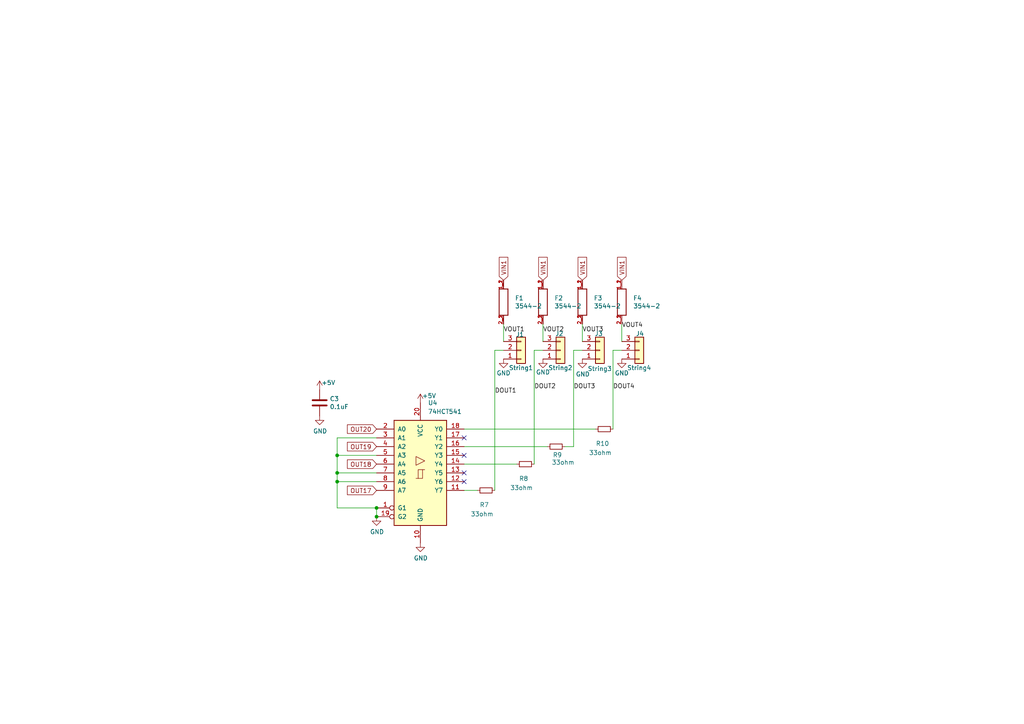
<source format=kicad_sch>
(kicad_sch (version 20250114) (generator "eeschema") (generator_version "9.0")
  (paper "A4")
  (title_block (title "Receiver Out SMD") (date "2025-02-23") (rev "v3") (company "Scott Hanson"))
  (lib_symbols
    (symbol "74xx:74HCT541" (pin_names (offset 1.016))
      (property "Reference" "U" (at -7.62 16.51 0))
      (property "Value" "74HCT541" (at -7.62 -16.51 0))
      (symbol "74HCT541_1_0"
        (polyline (pts (xy -1.27 -1.6002) (xy 0.635 -1.6002) (xy 0.635 0.9398) (xy 1.27 0.9398)))
        (polyline (pts (xy -0.635 -1.6002) (xy -0.635 0.9398) (xy 0.635 0.9398)))
        (polyline (pts (xy 1.27 3.4798) (xy -1.27 4.7498) (xy -1.27 2.2098) (xy 1.27 3.4798)) (stroke (width 0.1524)))
        (pin input line (at -12.7 12.7 0) (length 5.08) (name "A0") (number "2"))
        (pin input line (at -12.7 10.16 0) (length 5.08) (name "A1") (number "3"))
        (pin input line (at -12.7 7.62 0) (length 5.08) (name "A2") (number "4"))
        (pin input line (at -12.7 5.08 0) (length 5.08) (name "A3") (number "5"))
        (pin input line (at -12.7 2.54 0) (length 5.08) (name "A4") (number "6"))
        (pin input line (at -12.7 0 0) (length 5.08) (name "A5") (number "7"))
        (pin input line (at -12.7 -2.54 0) (length 5.08) (name "A6") (number "8"))
        (pin input line (at -12.7 -5.08 0) (length 5.08) (name "A7") (number "9"))
        (pin input inverted (at -12.7 -10.16 0) (length 5.08) (name "G1") (number "1"))
        (pin input inverted (at -12.7 -12.7 0) (length 5.08) (name "G2") (number "19"))
        (pin power_in line (at 0 20.32 270) (length 5.08) (name "VCC") (number "20"))
        (pin power_in line (at 0 -20.32 90) (length 5.08) (name "GND") (number "10"))
        (pin tri_state line (at 12.7 12.7 180) (length 5.08) (name "Y0") (number "18"))
        (pin tri_state line (at 12.7 10.16 180) (length 5.08) (name "Y1") (number "17"))
        (pin tri_state line (at 12.7 7.62 180) (length 5.08) (name "Y2") (number "16"))
        (pin tri_state line (at 12.7 5.08 180) (length 5.08) (name "Y3") (number "15"))
        (pin tri_state line (at 12.7 2.54 180) (length 5.08) (name "Y4") (number "14"))
        (pin tri_state line (at 12.7 0 180) (length 5.08) (name "Y5") (number "13"))
        (pin tri_state line (at 12.7 -2.54 180) (length 5.08) (name "Y6") (number "12"))
        (pin tri_state line (at 12.7 -5.08 180) (length 5.08) (name "Y7") (number "11"))
      )
      (symbol "74HCT541_1_1"
        (rectangle (start -7.62 15.24) (end 7.62 -15.24) (stroke (width 0.254)) (fill (type background)))
      )
    )
    (symbol "Connector_Generic:Conn_01x03" (pin_names (offset 1.016) (hide yes))
      (property "Reference" "J" (at 0 5.08 0))
      (property "Value" "Conn_01x03" (at 0 -5.08 0))
      (symbol "Conn_01x03_1_1"
        (rectangle (start -1.27 3.81) (end 1.27 -3.81) (stroke (width 0.254)) (fill (type background)))
        (rectangle (start -1.27 2.667) (end 0 2.413) (stroke (width 0.1524)))
        (rectangle (start -1.27 0.127) (end 0 -0.127) (stroke (width 0.1524)))
        (rectangle (start -1.27 -2.413) (end 0 -2.667) (stroke (width 0.1524)))
        (pin passive line (at -5.08 2.54 0) (length 3.81) (name "Pin_1") (number "1"))
        (pin passive line (at -5.08 0 0) (length 3.81) (name "Pin_2") (number "2"))
        (pin passive line (at -5.08 -2.54 0) (length 3.81) (name "Pin_3") (number "3"))
      )
    )
    (symbol "Device:R_Small" (pin_numbers (hide yes)) (pin_names (offset 0.254) (hide yes))
      (property "Reference" "R" (at 0.762 0.508 0))
      (property "Value" "R_Small" (at 0.762 -1.016 0))
      (symbol "R_Small_0_1"
        (rectangle (start -0.762 1.778) (end 0.762 -1.778) (stroke (width 0.2032)))
      )
      (symbol "R_Small_1_1"
        (pin passive line (at 0 2.54 270) (length 0.762) (name "~") (number "1"))
        (pin passive line (at 0 -2.54 90) (length 0.762) (name "~") (number "2"))
      )
    )
    (symbol "Receiver_Out-rescue:C-Device" (pin_numbers (hide yes)) (pin_names (offset 0.254))
      (property "Reference" "C" (at 0.635 2.54 0))
      (property "Value" "C-Device" (at 0.635 -2.54 0))
      (symbol "C-Device_0_1"
        (polyline (pts (xy -2.032 0.762) (xy 2.032 0.762)) (stroke (width 0.508)))
        (polyline (pts (xy -2.032 -0.762) (xy 2.032 -0.762)) (stroke (width 0.508)))
      )
      (symbol "C-Device_1_1"
        (pin passive line (at 0 3.81 270) (length 2.794) (name "~") (number "1"))
        (pin passive line (at 0 -3.81 90) (length 2.794) (name "~") (number "2"))
      )
    )
    (symbol "Scotts:3544-2" (pin_names (offset 1.016) (hide yes))
      (property "Reference" "F?" (at -3.81 2.54 0))
      (property "Value" "3544-2" (at -3.81 -2.54 0))
      (symbol "3544-2_0_0"
        (polyline (pts (xy -3.81 1.27) (xy 3.81 1.27)) (stroke (width 0.254)))
        (polyline (pts (xy -3.81 -1.27) (xy -3.81 1.27)) (stroke (width 0.254)))
        (polyline (pts (xy 3.81 1.27) (xy 3.81 -1.27)) (stroke (width 0.254)))
        (polyline (pts (xy 3.81 -1.27) (xy -3.81 -1.27)) (stroke (width 0.254)))
        (text "~" (at 0 0 0) (effects (font (size 1.27 1.27))))
        (pin passive line (at -6.35 0 0) (length 2.54) (name "1") (number "1_1"))
        (pin passive line (at -6.35 0 0) (length 2.54) (name "1") (number "1_2"))
        (pin passive line (at 6.35 0 180) (length 2.54) (name "2") (number "2_1"))
        (pin passive line (at 6.35 0 180) (length 2.54) (name "2") (number "2_2"))
      )
    )
    (symbol "power:+5V" (power) (pin_names (offset 0))
      (property "Value" "+5V" (at 0 3.556 0))
      (symbol "+5V_0_1"
        (polyline (pts (xy -0.762 1.27) (xy 0 2.54)))
        (polyline (pts (xy 0 2.54) (xy 0.762 1.27)))
        (polyline (pts (xy 0 0) (xy 0 2.54)))
      )
      (symbol "+5V_1_1"
        (pin power_in line (at 0 0 90) (length 0) (hide yes) (name "+5V") (number "1"))
      )
    )
    (symbol "power:GND" (power) (pin_names (offset 0))
      (property "Value" "GND" (at 0 -3.81 0))
      (symbol "GND_0_1"
        (polyline (pts (xy 0 0) (xy 0 -1.27) (xy 1.27 -1.27) (xy 0 -2.54) (xy -1.27 -1.27) (xy 0 -1.27)))
      )
      (symbol "GND_1_1"
        (pin power_in line (at 0 0 270) (length 0) (hide yes) (name "GND") (number "1"))
      )
    )
  )
  (junction (at 97.79 139.7))
  (junction (at 97.79 132.08))
  (junction (at 109.22 149.86))
  (junction (at 109.22 147.32))
  (junction (at 97.79 137.16))
  (no_connect (at 134.62 132.08))
  (no_connect (at 134.62 139.7))
  (no_connect (at 134.62 127))
  (no_connect (at 134.62 137.16))
  (wire (pts (xy 157.48 101.6) (xy 154.94 101.6)))
  (wire (pts (xy 97.79 132.08) (xy 109.22 132.08)))
  (wire (pts (xy 109.22 147.32) (xy 109.22 149.86)))
  (wire (pts (xy 177.8 101.6) (xy 177.8 124.46)))
  (wire (pts (xy 97.79 147.32) (xy 109.22 147.32)))
  (wire (pts (xy 177.8 101.6) (xy 180.34 101.6)))
  (wire (pts (xy 163.83 129.54) (xy 166.37 129.54)))
  (wire (pts (xy 134.62 142.24) (xy 138.43 142.24)))
  (wire (pts (xy 97.79 127) (xy 97.79 132.08)))
  (wire (pts (xy 143.51 101.6) (xy 143.51 142.24)))
  (wire (pts (xy 134.62 134.62) (xy 149.86 134.62)))
  (wire (pts (xy 97.79 137.16) (xy 109.22 137.16)))
  (wire (pts (xy 134.62 129.54) (xy 158.75 129.54)))
  (wire (pts (xy 157.48 99.06) (xy 157.48 93.98)))
  (wire (pts (xy 168.91 93.98) (xy 168.91 99.06)))
  (wire (pts (xy 97.79 132.08) (xy 97.79 137.16)))
  (wire (pts (xy 97.79 139.7) (xy 109.22 139.7)))
  (wire (pts (xy 166.37 101.6) (xy 166.37 129.54)))
  (wire (pts (xy 109.22 127) (xy 97.79 127)))
  (wire (pts (xy 134.62 124.46) (xy 172.72 124.46)))
  (wire (pts (xy 180.34 99.06) (xy 180.34 93.98)))
  (wire (pts (xy 143.51 101.6) (xy 146.05 101.6)))
  (wire (pts (xy 97.79 137.16) (xy 97.79 139.7)))
  (wire (pts (xy 97.79 139.7) (xy 97.79 147.32)))
  (wire (pts (xy 154.94 101.6) (xy 154.94 134.62)))
  (wire (pts (xy 146.05 93.98) (xy 146.05 99.06)))
  (wire (pts (xy 166.37 101.6) (xy 168.91 101.6)))
  (label "VOUT3" (at 168.91 96.52 0))
  (label "VOUT1" (at 146.05 96.52 0))
  (label "DOUT1" (at 143.51 114.3 0))
  (label "DOUT4" (at 177.8 113.03 0))
  (label "DOUT3" (at 166.37 113.03 0))
  (label "VOUT4" (at 180.34 95.25 0))
  (label "DOUT2" (at 154.94 113.03 0))
  (label "VOUT2" (at 157.48 96.52 0))
  (global_label "OUT18" (shape input) (at 109.22 134.62 180) (property "Intersheetrefs" "${INTERSHEET_REFS}" (effects (hide yes))))
  (global_label "OUT17" (shape input) (at 109.22 142.24 180) (property "Intersheetrefs" "${INTERSHEET_REFS}" (effects (hide yes))))
  (global_label "VIN1" (shape input) (at 180.34 81.28 90) (property "Intersheetrefs" "${INTERSHEET_REFS}" (effects (hide yes))))
  (global_label "VIN1" (shape input) (at 146.05 81.28 90) (property "Intersheetrefs" "${INTERSHEET_REFS}" (effects (hide yes))))
  (global_label "VIN1" (shape input) (at 157.48 81.28 90) (property "Intersheetrefs" "${INTERSHEET_REFS}" (effects (hide yes))))
  (global_label "OUT19" (shape input) (at 109.22 129.54 180) (property "Intersheetrefs" "${INTERSHEET_REFS}" (effects (hide yes))))
  (global_label "OUT20" (shape input) (at 109.22 124.46 180) (property "Intersheetrefs" "${INTERSHEET_REFS}" (effects (hide yes))))
  (global_label "VIN1" (shape input) (at 168.91 81.28 90) (property "Intersheetrefs" "${INTERSHEET_REFS}" (effects (hide yes))))
  (symbol (lib_id "Connector_Generic:Conn_01x03") (at 151.13 101.6 0) (mirror x) (unit 1)
    (property "Reference" "J1" (at 149.606 97.028 0) (effects (justify left)))
    (property "Value" "String1" (at 147.574 106.68 0) (effects (justify left)))
    (property "Footprint" "Connector_Phoenix_MC:PhoenixContact_MCV_1,5_3-G-3.5_1x03_P3.50mm_Vertical" (effects (hide yes)))
    (property "Digi-Key_PN" "277-5737-ND/ED10555-ND" (effects (hide yes)))
    (property "MPN" "1843619/OSTTJ0311530" (effects (hide yes)))
    (property "LCSC_PN" "C192778" (effects (hide yes)))
  )
  (symbol (lib_id "Connector_Generic:Conn_01x03") (at 162.56 101.6 0) (mirror x) (unit 1)
    (property "Reference" "J2" (at 161.036 96.774 0) (effects (justify left)))
    (property "Value" "String2" (at 159.004 106.68 0) (effects (justify left)))
    (property "Footprint" "Connector_Phoenix_MC:PhoenixContact_MCV_1,5_3-G-3.5_1x03_P3.50mm_Vertical" (effects (hide yes)))
    (property "Digi-Key_PN" "277-5737-ND/ED10555-ND" (effects (hide yes)))
    (property "MPN" "1843619/OSTTJ0311530" (effects (hide yes)))
    (property "LCSC_PN" "C192778" (effects (hide yes)))
  )
  (symbol (lib_id "Connector_Generic:Conn_01x03") (at 173.99 101.6 0) (mirror x) (unit 1)
    (property "Reference" "J3" (at 172.466 96.774 0) (effects (justify left)))
    (property "Value" "String3" (at 170.434 106.934 0) (effects (justify left)))
    (property "Footprint" "Connector_Phoenix_MC:PhoenixContact_MCV_1,5_3-G-3.5_1x03_P3.50mm_Vertical" (effects (hide yes)))
    (property "Digi-Key_PN" "277-5737-ND/ED10555-ND" (effects (hide yes)))
    (property "MPN" "1843619/OSTTJ0311530" (effects (hide yes)))
    (property "LCSC_PN" "C192778" (effects (hide yes)))
  )
  (symbol (lib_id "Connector_Generic:Conn_01x03") (at 185.42 101.6 0) (mirror x) (unit 1)
    (property "Reference" "J4" (at 184.404 96.774 0) (effects (justify left)))
    (property "Value" "String4" (at 181.864 106.68 0) (effects (justify left)))
    (property "Footprint" "Connector_Phoenix_MC:PhoenixContact_MCV_1,5_3-G-3.5_1x03_P3.50mm_Vertical" (effects (hide yes)))
    (property "Digi-Key_PN" "277-5737-ND/ED10555-ND" (effects (hide yes)))
    (property "MPN" "1843619/OSTTJ0311530" (effects (hide yes)))
    (property "LCSC_PN" "C192778" (effects (hide yes)))
  )
  (symbol (lib_id "power:GND") (at 146.05 104.14 0) (unit 1)
    (property "Reference" "#PWR012" (effects (hide yes)))
    (property "Value" "GND" (at 146.05 108.204 0))
  )
  (symbol (lib_id "power:GND") (at 157.48 104.14 0) (unit 1)
    (property "Reference" "#PWR013" (effects (hide yes)))
    (property "Value" "GND" (at 157.48 107.95 0))
  )
  (symbol (lib_id "power:GND") (at 168.91 104.14 0) (unit 1)
    (property "Reference" "#PWR014" (effects (hide yes)))
    (property "Value" "GND" (at 169.037 108.5342 0))
  )
  (symbol (lib_id "power:GND") (at 180.34 104.14 0) (unit 1)
    (property "Reference" "#PWR015" (effects (hide yes)))
    (property "Value" "GND" (at 180.34 108.204 0))
  )
  (symbol (lib_id "Scotts:3544-2") (at 157.48 87.63 270) (unit 1)
    (property "Reference" "F2" (at 160.782 86.4616 90) (effects (justify left)))
    (property "Value" "3544-2" (at 160.782 88.773 90) (effects (justify left)))
    (property "Footprint" "Scotts:FUSE_3544-2" (effects (hide yes)))
    (property "Field4" "3544-2" (effects (hide yes)))
    (property "Field5" "None" (effects (hide yes)))
    (property "Field6" "Unavailable" (effects (hide yes)))
    (property "Field7" "Fuse Clip; 500 VAC; 30 A; PCB; For 0.110 in. x 0.032 in. mini blade fuses" (effects (hide yes)))
    (property "Field8" "Keystone Electronics" (effects (hide yes)))
    (property "Digi-Key_PN" "36-3544-2-ND" (effects (hide yes)))
    (property "MPN" "3544-2" (effects (hide yes)))
    (property "LCSC_PN" "C492610" (effects (hide yes)))
    (property "LCSC" "C492610" (effects (hide yes)))
  )
  (symbol (lib_id "Scotts:3544-2") (at 168.91 87.63 270) (unit 1)
    (property "Reference" "F3" (at 172.212 86.4616 90) (effects (justify left)))
    (property "Value" "3544-2" (at 172.212 88.773 90) (effects (justify left)))
    (property "Footprint" "Scotts:FUSE_3544-2" (effects (hide yes)))
    (property "Field4" "3544-2" (effects (hide yes)))
    (property "Field5" "None" (effects (hide yes)))
    (property "Field6" "Unavailable" (effects (hide yes)))
    (property "Field7" "Fuse Clip; 500 VAC; 30 A; PCB; For 0.110 in. x 0.032 in. mini blade fuses" (effects (hide yes)))
    (property "Field8" "Keystone Electronics" (effects (hide yes)))
    (property "Digi-Key_PN" "36-3544-2-ND" (effects (hide yes)))
    (property "MPN" "3544-2" (effects (hide yes)))
    (property "LCSC_PN" "C492610" (effects (hide yes)))
    (property "LCSC" "C492610" (effects (hide yes)))
  )
  (symbol (lib_id "Scotts:3544-2") (at 180.34 87.63 270) (unit 1)
    (property "Reference" "F4" (at 183.642 86.4616 90) (effects (justify left)))
    (property "Value" "3544-2" (at 183.642 88.773 90) (effects (justify left)))
    (property "Footprint" "Scotts:FUSE_3544-2" (effects (hide yes)))
    (property "Field4" "3544-2" (effects (hide yes)))
    (property "Field5" "None" (effects (hide yes)))
    (property "Field6" "Unavailable" (effects (hide yes)))
    (property "Field7" "Fuse Clip; 500 VAC; 30 A; PCB; For 0.110 in. x 0.032 in. mini blade fuses" (effects (hide yes)))
    (property "Field8" "Keystone Electronics" (effects (hide yes)))
    (property "Digi-Key_PN" "36-3544-2-ND" (effects (hide yes)))
    (property "MPN" "3544-2" (effects (hide yes)))
    (property "LCSC_PN" "C492610" (effects (hide yes)))
    (property "LCSC" "C492610" (effects (hide yes)))
  )
  (symbol (lib_id "power:GND") (at 92.71 120.65 0) (unit 1)
    (property "Reference" "#PWR011" (effects (hide yes)))
    (property "Value" "GND" (at 92.837 125.0442 0))
  )
  (symbol (lib_id "Receiver_Out-rescue:C-Device") (at 92.71 116.84 0) (unit 1)
    (property "Reference" "C3" (at 95.631 115.6716 0) (effects (justify left)))
    (property "Value" "0.1uF" (at 95.631 117.983 0) (effects (justify left)))
    (property "Footprint" "Capacitor_SMD:C_0402_1005Metric" (effects (hide yes)))
    (property "Digi-Key_PN" "1292-1630-1-ND" (effects (hide yes)))
    (property "MPN" "0402B104K160CT" (effects (hide yes)))
    (property "LCSC_PN" "C1525" (effects (hide yes)))
  )
  (symbol (lib_id "power:+5V") (at 92.71 113.03 0) (unit 1)
    (property "Reference" "#PWR0102" (effects (hide yes)))
    (property "Value" "+5V" (at 95.25 110.998 0))
  )
  (symbol (lib_id "Scotts:3544-2") (at 146.05 87.63 270) (unit 1)
    (property "Reference" "F1" (at 149.352 86.4616 90) (effects (justify left)))
    (property "Value" "3544-2" (at 149.352 88.773 90) (effects (justify left)))
    (property "Footprint" "Scotts:FUSE_3544-2" (effects (hide yes)))
    (property "Field4" "3544-2" (effects (hide yes)))
    (property "Field5" "None" (effects (hide yes)))
    (property "Field6" "Unavailable" (effects (hide yes)))
    (property "Field7" "Fuse Clip; 500 VAC; 30 A; PCB; For 0.110 in. x 0.032 in. mini blade fuses" (effects (hide yes)))
    (property "Field8" "Keystone Electronics" (effects (hide yes)))
    (property "Digi-Key_PN" "36-3544-2-ND" (effects (hide yes)))
    (property "MPN" "3544-2" (effects (hide yes)))
    (property "LCSC_PN" "C492610" (effects (hide yes)))
    (property "LCSC" "C492610" (effects (hide yes)))
  )
  (symbol (lib_id "power:GND") (at 121.92 157.48 0) (unit 1)
    (property "Reference" "#PWR0103" (effects (hide yes)))
    (property "Value" "GND" (at 122.047 161.8742 0))
  )
  (symbol (lib_id "Device:R_Small") (at 140.97 142.24 270) (unit 1)
    (property "Reference" "R7" (at 140.462 146.431 90))
    (property "Value" "33ohm" (at 139.827 149.098 90))
    (property "Footprint" "Resistor_SMD:R_0603_1608Metric" (effects (hide yes)))
    (property "LCSC_PN" "C23140" (effects (hide yes)))
    (property "Digi-Key_PN" "311-33GRCT-ND" (effects (hide yes)))
    (property "MPN" "RC0603JR-0733RL" (effects (hide yes)))
  )
  (symbol (lib_id "Device:R_Small") (at 152.4 134.62 270) (unit 1)
    (property "Reference" "R8" (at 151.892 138.811 90))
    (property "Value" "33ohm" (at 151.257 141.478 90))
    (property "Footprint" "Resistor_SMD:R_0603_1608Metric" (effects (hide yes)))
    (property "LCSC_PN" "C23140" (effects (hide yes)))
    (property "Digi-Key_PN" "311-33GRCT-ND" (effects (hide yes)))
    (property "MPN" "RC0603JR-0733RL" (effects (hide yes)))
  )
  (symbol (lib_id "Device:R_Small") (at 175.26 124.46 270) (unit 1)
    (property "Reference" "R10" (at 174.752 128.651 90))
    (property "Value" "33ohm" (at 174.117 131.318 90))
    (property "Footprint" "Resistor_SMD:R_0603_1608Metric" (effects (hide yes)))
    (property "LCSC_PN" "C23140" (effects (hide yes)))
    (property "Digi-Key_PN" "311-33GRCT-ND" (effects (hide yes)))
    (property "MPN" "RC0603JR-0733RL" (effects (hide yes)))
  )
  (symbol (lib_id "Device:R_Small") (at 161.29 129.54 270) (unit 1)
    (property "Reference" "R9" (at 161.671 131.953 90))
    (property "Value" "33ohm" (at 163.322 134.112 90))
    (property "Footprint" "Resistor_SMD:R_0603_1608Metric" (effects (hide yes)))
    (property "LCSC_PN" "C23140" (effects (hide yes)))
    (property "Digi-Key_PN" "311-33GRCT-ND" (effects (hide yes)))
    (property "MPN" "RC0603JR-0733RL" (effects (hide yes)))
  )
  (symbol (lib_id "power:+5V") (at 121.92 116.84 0) (unit 1)
    (property "Reference" "#PWR07" (effects (hide yes)))
    (property "Value" "+5V" (at 124.46 114.808 0))
  )
  (symbol (lib_id "power:GND") (at 109.22 149.86 0) (unit 1)
    (property "Reference" "#PWR06" (effects (hide yes)))
    (property "Value" "GND" (at 109.347 154.2542 0))
  )
  (symbol (lib_id "74xx:74HCT541") (at 121.92 137.16 0) (unit 1)
    (property "Reference" "U4" (at 124.1141 116.84 0) (effects (justify left)))
    (property "Value" "74HCT541" (at 124.1141 119.38 0) (effects (justify left)))
    (property "Footprint" "Package_SO:TSSOP-20_4.4x6.5mm_P0.65mm" (effects (hide yes)))
    (property "Datasheet" "http://www.ti.com/lit/gpn/sn74HCT541" (effects (hide yes)))
    (property "Description" "8-bit Buffer/Line Driver 3-state outputs" (effects (hide yes)))
    (property "LCSC" "C131314" (effects (hide yes)))
    (property "Digi-Key_PN" "1727-4099-1-ND" (effects (hide yes)))
    (property "MPN" "74HCT541PW,118" (effects (hide yes)))
    (property "LCSC_PN" "C131314" (effects (hide yes)))
  )
)
</source>
